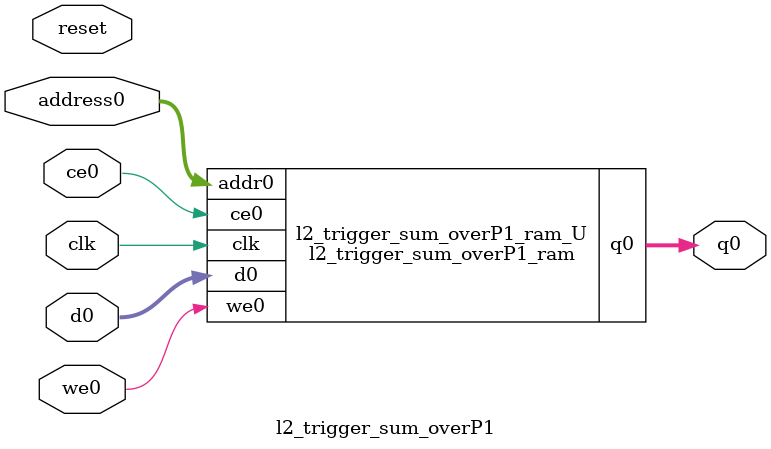
<source format=v>

`timescale 1 ns / 1 ps
module l2_trigger_sum_overP1_ram (addr0, ce0, d0, we0, q0,  clk);

parameter DWIDTH = 32;
parameter AWIDTH = 11;
parameter MEM_SIZE = 1152;

input[AWIDTH-1:0] addr0;
input ce0;
input[DWIDTH-1:0] d0;
input we0;
output reg[DWIDTH-1:0] q0;
input clk;

(* ram_style = "block" *)reg [DWIDTH-1:0] ram[MEM_SIZE-1:0];




always @(posedge clk)  
begin 
    if (ce0) 
    begin
        if (we0) 
        begin 
            ram[addr0] <= d0; 
            q0 <= d0;
        end 
        else 
            q0 <= ram[addr0];
    end
end


endmodule


`timescale 1 ns / 1 ps
module l2_trigger_sum_overP1(
    reset,
    clk,
    address0,
    ce0,
    we0,
    d0,
    q0);

parameter DataWidth = 32'd32;
parameter AddressRange = 32'd1152;
parameter AddressWidth = 32'd11;
input reset;
input clk;
input[AddressWidth - 1:0] address0;
input ce0;
input we0;
input[DataWidth - 1:0] d0;
output[DataWidth - 1:0] q0;



l2_trigger_sum_overP1_ram l2_trigger_sum_overP1_ram_U(
    .clk( clk ),
    .addr0( address0 ),
    .ce0( ce0 ),
    .d0( d0 ),
    .we0( we0 ),
    .q0( q0 ));

endmodule


</source>
